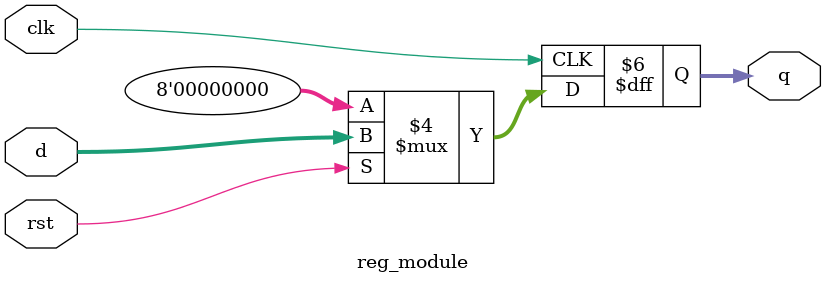
<source format=v>
module reg_module #(parameter WIDTH = 8)(
input clk,
input rst,
input [WIDTH-1:0] d,
output reg [WIDTH-1:0] q
);

always@(posedge clk) begin
	if(!rst)
		q <= 0;
	else
		q <= d;
end

endmodule
</source>
